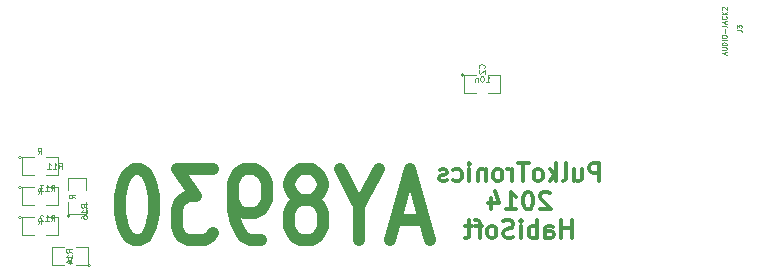
<source format=gbo>
G04 (created by PCBNEW (2013-07-07 BZR 4022)-stable) date 02/05/2014 20:54:29*
%MOIN*%
G04 Gerber Fmt 3.4, Leading zero omitted, Abs format*
%FSLAX34Y34*%
G01*
G70*
G90*
G04 APERTURE LIST*
%ADD10C,0.00590551*%
%ADD11C,0.011811*%
%ADD12C,0.0393701*%
%ADD13C,0.0039*%
%ADD14C,0.0035*%
%ADD15C,0.0043*%
G04 APERTURE END LIST*
G54D10*
G54D11*
X30282Y-13114D02*
X30282Y-12523D01*
X30057Y-12523D01*
X30001Y-12551D01*
X29973Y-12579D01*
X29945Y-12635D01*
X29945Y-12720D01*
X29973Y-12776D01*
X30001Y-12804D01*
X30057Y-12832D01*
X30282Y-12832D01*
X29438Y-12720D02*
X29438Y-13114D01*
X29691Y-12720D02*
X29691Y-13029D01*
X29663Y-13085D01*
X29607Y-13114D01*
X29523Y-13114D01*
X29466Y-13085D01*
X29438Y-13057D01*
X29073Y-13114D02*
X29129Y-13085D01*
X29157Y-13029D01*
X29157Y-12523D01*
X28848Y-13114D02*
X28848Y-12523D01*
X28792Y-12889D02*
X28623Y-13114D01*
X28623Y-12720D02*
X28848Y-12945D01*
X28285Y-13114D02*
X28342Y-13085D01*
X28370Y-13057D01*
X28398Y-13001D01*
X28398Y-12832D01*
X28370Y-12776D01*
X28342Y-12748D01*
X28285Y-12720D01*
X28201Y-12720D01*
X28145Y-12748D01*
X28117Y-12776D01*
X28089Y-12832D01*
X28089Y-13001D01*
X28117Y-13057D01*
X28145Y-13085D01*
X28201Y-13114D01*
X28285Y-13114D01*
X27920Y-12523D02*
X27582Y-12523D01*
X27751Y-13114D02*
X27751Y-12523D01*
X27385Y-13114D02*
X27385Y-12720D01*
X27385Y-12832D02*
X27357Y-12776D01*
X27329Y-12748D01*
X27273Y-12720D01*
X27217Y-12720D01*
X26936Y-13114D02*
X26992Y-13085D01*
X27020Y-13057D01*
X27048Y-13001D01*
X27048Y-12832D01*
X27020Y-12776D01*
X26992Y-12748D01*
X26936Y-12720D01*
X26851Y-12720D01*
X26795Y-12748D01*
X26767Y-12776D01*
X26739Y-12832D01*
X26739Y-13001D01*
X26767Y-13057D01*
X26795Y-13085D01*
X26851Y-13114D01*
X26936Y-13114D01*
X26486Y-12720D02*
X26486Y-13114D01*
X26486Y-12776D02*
X26457Y-12748D01*
X26401Y-12720D01*
X26317Y-12720D01*
X26261Y-12748D01*
X26232Y-12804D01*
X26232Y-13114D01*
X25951Y-13114D02*
X25951Y-12720D01*
X25951Y-12523D02*
X25979Y-12551D01*
X25951Y-12579D01*
X25923Y-12551D01*
X25951Y-12523D01*
X25951Y-12579D01*
X25417Y-13085D02*
X25473Y-13114D01*
X25586Y-13114D01*
X25642Y-13085D01*
X25670Y-13057D01*
X25698Y-13001D01*
X25698Y-12832D01*
X25670Y-12776D01*
X25642Y-12748D01*
X25586Y-12720D01*
X25473Y-12720D01*
X25417Y-12748D01*
X25192Y-13085D02*
X25136Y-13114D01*
X25023Y-13114D01*
X24967Y-13085D01*
X24939Y-13029D01*
X24939Y-13001D01*
X24967Y-12945D01*
X25023Y-12917D01*
X25108Y-12917D01*
X25164Y-12889D01*
X25192Y-12832D01*
X25192Y-12804D01*
X25164Y-12748D01*
X25108Y-12720D01*
X25023Y-12720D01*
X24967Y-12748D01*
X28637Y-13524D02*
X28609Y-13496D01*
X28553Y-13468D01*
X28412Y-13468D01*
X28356Y-13496D01*
X28328Y-13524D01*
X28299Y-13580D01*
X28299Y-13637D01*
X28328Y-13721D01*
X28665Y-14058D01*
X28299Y-14058D01*
X27934Y-13468D02*
X27878Y-13468D01*
X27821Y-13496D01*
X27793Y-13524D01*
X27765Y-13580D01*
X27737Y-13693D01*
X27737Y-13833D01*
X27765Y-13946D01*
X27793Y-14002D01*
X27821Y-14030D01*
X27878Y-14058D01*
X27934Y-14058D01*
X27990Y-14030D01*
X28018Y-14002D01*
X28046Y-13946D01*
X28074Y-13833D01*
X28074Y-13693D01*
X28046Y-13580D01*
X28018Y-13524D01*
X27990Y-13496D01*
X27934Y-13468D01*
X27175Y-14058D02*
X27512Y-14058D01*
X27343Y-14058D02*
X27343Y-13468D01*
X27400Y-13552D01*
X27456Y-13608D01*
X27512Y-13637D01*
X26668Y-13665D02*
X26668Y-14058D01*
X26809Y-13440D02*
X26950Y-13862D01*
X26584Y-13862D01*
X29354Y-15003D02*
X29354Y-14413D01*
X29354Y-14694D02*
X29017Y-14694D01*
X29017Y-15003D02*
X29017Y-14413D01*
X28482Y-15003D02*
X28482Y-14694D01*
X28510Y-14638D01*
X28567Y-14610D01*
X28679Y-14610D01*
X28735Y-14638D01*
X28482Y-14975D02*
X28538Y-15003D01*
X28679Y-15003D01*
X28735Y-14975D01*
X28763Y-14919D01*
X28763Y-14863D01*
X28735Y-14806D01*
X28679Y-14778D01*
X28538Y-14778D01*
X28482Y-14750D01*
X28201Y-15003D02*
X28201Y-14413D01*
X28201Y-14638D02*
X28145Y-14610D01*
X28032Y-14610D01*
X27976Y-14638D01*
X27948Y-14666D01*
X27920Y-14722D01*
X27920Y-14891D01*
X27948Y-14947D01*
X27976Y-14975D01*
X28032Y-15003D01*
X28145Y-15003D01*
X28201Y-14975D01*
X27667Y-15003D02*
X27667Y-14610D01*
X27667Y-14413D02*
X27695Y-14441D01*
X27667Y-14469D01*
X27639Y-14441D01*
X27667Y-14413D01*
X27667Y-14469D01*
X27414Y-14975D02*
X27329Y-15003D01*
X27189Y-15003D01*
X27132Y-14975D01*
X27104Y-14947D01*
X27076Y-14891D01*
X27076Y-14835D01*
X27104Y-14778D01*
X27132Y-14750D01*
X27189Y-14722D01*
X27301Y-14694D01*
X27357Y-14666D01*
X27385Y-14638D01*
X27414Y-14581D01*
X27414Y-14525D01*
X27385Y-14469D01*
X27357Y-14441D01*
X27301Y-14413D01*
X27160Y-14413D01*
X27076Y-14441D01*
X26739Y-15003D02*
X26795Y-14975D01*
X26823Y-14947D01*
X26851Y-14891D01*
X26851Y-14722D01*
X26823Y-14666D01*
X26795Y-14638D01*
X26739Y-14610D01*
X26654Y-14610D01*
X26598Y-14638D01*
X26570Y-14666D01*
X26542Y-14722D01*
X26542Y-14891D01*
X26570Y-14947D01*
X26598Y-14975D01*
X26654Y-15003D01*
X26739Y-15003D01*
X26373Y-14610D02*
X26148Y-14610D01*
X26289Y-15003D02*
X26289Y-14497D01*
X26261Y-14441D01*
X26204Y-14413D01*
X26148Y-14413D01*
X26036Y-14610D02*
X25811Y-14610D01*
X25951Y-14413D02*
X25951Y-14919D01*
X25923Y-14975D01*
X25867Y-15003D01*
X25811Y-15003D01*
G54D12*
X24436Y-14406D02*
X23499Y-14406D01*
X24624Y-15081D02*
X23968Y-12718D01*
X23312Y-15081D01*
X22280Y-13956D02*
X22280Y-15081D01*
X22937Y-12718D02*
X22280Y-13956D01*
X21624Y-12718D01*
X20687Y-13731D02*
X20874Y-13618D01*
X20968Y-13506D01*
X21062Y-13281D01*
X21062Y-13168D01*
X20968Y-12943D01*
X20874Y-12831D01*
X20687Y-12718D01*
X20312Y-12718D01*
X20124Y-12831D01*
X20031Y-12943D01*
X19937Y-13168D01*
X19937Y-13281D01*
X20031Y-13506D01*
X20124Y-13618D01*
X20312Y-13731D01*
X20687Y-13731D01*
X20874Y-13843D01*
X20968Y-13956D01*
X21062Y-14181D01*
X21062Y-14631D01*
X20968Y-14856D01*
X20874Y-14968D01*
X20687Y-15081D01*
X20312Y-15081D01*
X20124Y-14968D01*
X20031Y-14856D01*
X19937Y-14631D01*
X19937Y-14181D01*
X20031Y-13956D01*
X20124Y-13843D01*
X20312Y-13731D01*
X19000Y-15081D02*
X18625Y-15081D01*
X18437Y-14968D01*
X18343Y-14856D01*
X18156Y-14518D01*
X18062Y-14068D01*
X18062Y-13168D01*
X18156Y-12943D01*
X18250Y-12831D01*
X18437Y-12718D01*
X18812Y-12718D01*
X19000Y-12831D01*
X19093Y-12943D01*
X19187Y-13168D01*
X19187Y-13731D01*
X19093Y-13956D01*
X19000Y-14068D01*
X18812Y-14181D01*
X18437Y-14181D01*
X18250Y-14068D01*
X18156Y-13956D01*
X18062Y-13731D01*
X17406Y-12718D02*
X16187Y-12718D01*
X16844Y-13618D01*
X16562Y-13618D01*
X16375Y-13731D01*
X16281Y-13843D01*
X16187Y-14068D01*
X16187Y-14631D01*
X16281Y-14856D01*
X16375Y-14968D01*
X16562Y-15081D01*
X17125Y-15081D01*
X17312Y-14968D01*
X17406Y-14856D01*
X14969Y-12718D02*
X14781Y-12718D01*
X14594Y-12831D01*
X14500Y-12943D01*
X14406Y-13168D01*
X14313Y-13618D01*
X14313Y-14181D01*
X14406Y-14631D01*
X14500Y-14856D01*
X14594Y-14968D01*
X14781Y-15081D01*
X14969Y-15081D01*
X15156Y-14968D01*
X15250Y-14856D01*
X15344Y-14631D01*
X15437Y-14181D01*
X15437Y-13618D01*
X15344Y-13168D01*
X15250Y-12943D01*
X15156Y-12831D01*
X14969Y-12718D01*
G54D13*
X12625Y-14275D02*
G75*
G03X12625Y-14275I-50J0D01*
G74*
G01*
X12575Y-13825D02*
X12575Y-14225D01*
X12575Y-14225D02*
X13175Y-14225D01*
X13175Y-14225D02*
X13175Y-13825D01*
X13175Y-13425D02*
X13175Y-13025D01*
X13175Y-13025D02*
X12575Y-13025D01*
X12575Y-13025D02*
X12575Y-13425D01*
X13325Y-15925D02*
G75*
G03X13325Y-15925I-50J0D01*
G74*
G01*
X12825Y-15925D02*
X13225Y-15925D01*
X13225Y-15925D02*
X13225Y-15325D01*
X13225Y-15325D02*
X12825Y-15325D01*
X12425Y-15325D02*
X12025Y-15325D01*
X12025Y-15325D02*
X12025Y-15925D01*
X12025Y-15925D02*
X12425Y-15925D01*
X11025Y-13325D02*
G75*
G03X11025Y-13325I-50J0D01*
G74*
G01*
X11425Y-13325D02*
X11025Y-13325D01*
X11025Y-13325D02*
X11025Y-13925D01*
X11025Y-13925D02*
X11425Y-13925D01*
X11825Y-13925D02*
X12225Y-13925D01*
X12225Y-13925D02*
X12225Y-13325D01*
X12225Y-13325D02*
X11825Y-13325D01*
X11025Y-14325D02*
G75*
G03X11025Y-14325I-50J0D01*
G74*
G01*
X11425Y-14325D02*
X11025Y-14325D01*
X11025Y-14325D02*
X11025Y-14925D01*
X11025Y-14925D02*
X11425Y-14925D01*
X11825Y-14925D02*
X12225Y-14925D01*
X12225Y-14925D02*
X12225Y-14325D01*
X12225Y-14325D02*
X11825Y-14325D01*
X11025Y-12325D02*
G75*
G03X11025Y-12325I-50J0D01*
G74*
G01*
X11425Y-12325D02*
X11025Y-12325D01*
X11025Y-12325D02*
X11025Y-12925D01*
X11025Y-12925D02*
X11425Y-12925D01*
X11825Y-12925D02*
X12225Y-12925D01*
X12225Y-12925D02*
X12225Y-12325D01*
X12225Y-12325D02*
X11825Y-12325D01*
X25775Y-9575D02*
G75*
G03X25775Y-9575I-50J0D01*
G74*
G01*
X26175Y-9575D02*
X25775Y-9575D01*
X25775Y-9575D02*
X25775Y-10175D01*
X25775Y-10175D02*
X26175Y-10175D01*
X26575Y-10175D02*
X26975Y-10175D01*
X26975Y-10175D02*
X26975Y-9575D01*
X26975Y-9575D02*
X26575Y-9575D01*
G54D14*
X34859Y-8078D02*
X34974Y-8078D01*
X34996Y-8085D01*
X35012Y-8101D01*
X35019Y-8124D01*
X35019Y-8139D01*
X34859Y-8017D02*
X34859Y-7918D01*
X34920Y-7971D01*
X34920Y-7948D01*
X34928Y-7933D01*
X34935Y-7925D01*
X34951Y-7918D01*
X34989Y-7918D01*
X35004Y-7925D01*
X35012Y-7933D01*
X35019Y-7948D01*
X35019Y-7994D01*
X35012Y-8009D01*
X35004Y-8017D01*
X34474Y-8893D02*
X34474Y-8817D01*
X34519Y-8908D02*
X34359Y-8855D01*
X34519Y-8802D01*
X34359Y-8748D02*
X34489Y-8748D01*
X34504Y-8741D01*
X34512Y-8733D01*
X34519Y-8718D01*
X34519Y-8687D01*
X34512Y-8672D01*
X34504Y-8665D01*
X34489Y-8657D01*
X34359Y-8657D01*
X34519Y-8581D02*
X34359Y-8581D01*
X34359Y-8543D01*
X34367Y-8520D01*
X34382Y-8505D01*
X34397Y-8497D01*
X34428Y-8489D01*
X34451Y-8489D01*
X34481Y-8497D01*
X34496Y-8505D01*
X34512Y-8520D01*
X34519Y-8543D01*
X34519Y-8581D01*
X34519Y-8421D02*
X34359Y-8421D01*
X34359Y-8314D02*
X34359Y-8284D01*
X34367Y-8268D01*
X34382Y-8253D01*
X34413Y-8245D01*
X34466Y-8245D01*
X34496Y-8253D01*
X34512Y-8268D01*
X34519Y-8284D01*
X34519Y-8314D01*
X34512Y-8329D01*
X34496Y-8345D01*
X34466Y-8352D01*
X34413Y-8352D01*
X34382Y-8345D01*
X34367Y-8329D01*
X34359Y-8314D01*
X34458Y-8177D02*
X34458Y-8055D01*
X34359Y-7933D02*
X34474Y-7933D01*
X34496Y-7941D01*
X34512Y-7956D01*
X34519Y-7979D01*
X34519Y-7994D01*
X34474Y-7865D02*
X34474Y-7788D01*
X34519Y-7880D02*
X34359Y-7826D01*
X34519Y-7773D01*
X34504Y-7628D02*
X34512Y-7636D01*
X34519Y-7659D01*
X34519Y-7674D01*
X34512Y-7697D01*
X34496Y-7712D01*
X34481Y-7720D01*
X34451Y-7727D01*
X34428Y-7727D01*
X34397Y-7720D01*
X34382Y-7712D01*
X34367Y-7697D01*
X34359Y-7674D01*
X34359Y-7659D01*
X34367Y-7636D01*
X34375Y-7628D01*
X34519Y-7560D02*
X34359Y-7560D01*
X34519Y-7468D02*
X34428Y-7537D01*
X34359Y-7468D02*
X34451Y-7560D01*
X34375Y-7407D02*
X34367Y-7400D01*
X34359Y-7385D01*
X34359Y-7346D01*
X34367Y-7331D01*
X34375Y-7324D01*
X34390Y-7316D01*
X34405Y-7316D01*
X34428Y-7324D01*
X34519Y-7415D01*
X34519Y-7316D01*
G54D15*
X13204Y-13998D02*
X13110Y-13932D01*
X13204Y-13885D02*
X13007Y-13885D01*
X13007Y-13960D01*
X13017Y-13979D01*
X13026Y-13988D01*
X13045Y-13998D01*
X13073Y-13998D01*
X13092Y-13988D01*
X13101Y-13979D01*
X13110Y-13960D01*
X13110Y-13885D01*
X13204Y-14185D02*
X13204Y-14073D01*
X13204Y-14129D02*
X13007Y-14129D01*
X13035Y-14110D01*
X13054Y-14092D01*
X13064Y-14073D01*
X13007Y-14354D02*
X13007Y-14317D01*
X13017Y-14298D01*
X13026Y-14289D01*
X13054Y-14270D01*
X13092Y-14261D01*
X13167Y-14261D01*
X13185Y-14270D01*
X13195Y-14279D01*
X13204Y-14298D01*
X13204Y-14336D01*
X13195Y-14354D01*
X13185Y-14364D01*
X13167Y-14373D01*
X13120Y-14373D01*
X13101Y-14364D01*
X13092Y-14354D01*
X13082Y-14336D01*
X13082Y-14298D01*
X13092Y-14279D01*
X13101Y-14270D01*
X13120Y-14261D01*
X12804Y-13685D02*
X12710Y-13620D01*
X12804Y-13573D02*
X12607Y-13573D01*
X12607Y-13648D01*
X12617Y-13667D01*
X12626Y-13676D01*
X12645Y-13685D01*
X12673Y-13685D01*
X12692Y-13676D01*
X12701Y-13667D01*
X12710Y-13648D01*
X12710Y-13573D01*
X12704Y-15498D02*
X12610Y-15432D01*
X12704Y-15385D02*
X12507Y-15385D01*
X12507Y-15460D01*
X12517Y-15479D01*
X12526Y-15488D01*
X12545Y-15498D01*
X12573Y-15498D01*
X12592Y-15488D01*
X12601Y-15479D01*
X12610Y-15460D01*
X12610Y-15385D01*
X12704Y-15685D02*
X12704Y-15573D01*
X12704Y-15629D02*
X12507Y-15629D01*
X12535Y-15610D01*
X12554Y-15592D01*
X12564Y-15573D01*
X12573Y-15854D02*
X12704Y-15854D01*
X12498Y-15807D02*
X12639Y-15761D01*
X12639Y-15882D01*
X12564Y-15854D02*
X12629Y-15760D01*
X12676Y-15854D02*
X12676Y-15657D01*
X12601Y-15657D01*
X12582Y-15667D01*
X12573Y-15676D01*
X12564Y-15695D01*
X12564Y-15723D01*
X12573Y-15742D01*
X12582Y-15751D01*
X12601Y-15760D01*
X12676Y-15760D01*
X12001Y-13454D02*
X12067Y-13360D01*
X12114Y-13454D02*
X12114Y-13257D01*
X12039Y-13257D01*
X12020Y-13267D01*
X12011Y-13276D01*
X12001Y-13295D01*
X12001Y-13323D01*
X12011Y-13342D01*
X12020Y-13351D01*
X12039Y-13360D01*
X12114Y-13360D01*
X11814Y-13454D02*
X11926Y-13454D01*
X11870Y-13454D02*
X11870Y-13257D01*
X11889Y-13285D01*
X11907Y-13304D01*
X11926Y-13314D01*
X11748Y-13257D02*
X11626Y-13257D01*
X11692Y-13332D01*
X11663Y-13332D01*
X11645Y-13342D01*
X11635Y-13351D01*
X11626Y-13370D01*
X11626Y-13417D01*
X11635Y-13435D01*
X11645Y-13445D01*
X11663Y-13454D01*
X11720Y-13454D01*
X11738Y-13445D01*
X11748Y-13435D01*
X11564Y-13554D02*
X11629Y-13460D01*
X11676Y-13554D02*
X11676Y-13357D01*
X11601Y-13357D01*
X11582Y-13367D01*
X11573Y-13376D01*
X11564Y-13395D01*
X11564Y-13423D01*
X11573Y-13442D01*
X11582Y-13451D01*
X11601Y-13460D01*
X11676Y-13460D01*
X12001Y-14454D02*
X12067Y-14360D01*
X12114Y-14454D02*
X12114Y-14257D01*
X12039Y-14257D01*
X12020Y-14267D01*
X12011Y-14276D01*
X12001Y-14295D01*
X12001Y-14323D01*
X12011Y-14342D01*
X12020Y-14351D01*
X12039Y-14360D01*
X12114Y-14360D01*
X11814Y-14454D02*
X11926Y-14454D01*
X11870Y-14454D02*
X11870Y-14257D01*
X11889Y-14285D01*
X11907Y-14304D01*
X11926Y-14314D01*
X11738Y-14276D02*
X11729Y-14267D01*
X11710Y-14257D01*
X11663Y-14257D01*
X11645Y-14267D01*
X11635Y-14276D01*
X11626Y-14295D01*
X11626Y-14314D01*
X11635Y-14342D01*
X11748Y-14454D01*
X11626Y-14454D01*
X11564Y-14554D02*
X11629Y-14460D01*
X11676Y-14554D02*
X11676Y-14357D01*
X11601Y-14357D01*
X11582Y-14367D01*
X11573Y-14376D01*
X11564Y-14395D01*
X11564Y-14423D01*
X11573Y-14442D01*
X11582Y-14451D01*
X11601Y-14460D01*
X11676Y-14460D01*
X12251Y-12704D02*
X12317Y-12610D01*
X12364Y-12704D02*
X12364Y-12507D01*
X12289Y-12507D01*
X12270Y-12517D01*
X12261Y-12526D01*
X12251Y-12545D01*
X12251Y-12573D01*
X12261Y-12592D01*
X12270Y-12601D01*
X12289Y-12610D01*
X12364Y-12610D01*
X12064Y-12704D02*
X12176Y-12704D01*
X12120Y-12704D02*
X12120Y-12507D01*
X12139Y-12535D01*
X12157Y-12554D01*
X12176Y-12564D01*
X11876Y-12704D02*
X11988Y-12704D01*
X11932Y-12704D02*
X11932Y-12507D01*
X11951Y-12535D01*
X11970Y-12554D01*
X11988Y-12564D01*
X11564Y-12204D02*
X11629Y-12110D01*
X11676Y-12204D02*
X11676Y-12007D01*
X11601Y-12007D01*
X11582Y-12017D01*
X11573Y-12026D01*
X11564Y-12045D01*
X11564Y-12073D01*
X11573Y-12092D01*
X11582Y-12101D01*
X11601Y-12110D01*
X11676Y-12110D01*
X26435Y-9342D02*
X26445Y-9332D01*
X26454Y-9304D01*
X26454Y-9285D01*
X26445Y-9257D01*
X26426Y-9238D01*
X26407Y-9229D01*
X26370Y-9220D01*
X26342Y-9220D01*
X26304Y-9229D01*
X26285Y-9238D01*
X26267Y-9257D01*
X26257Y-9285D01*
X26257Y-9304D01*
X26267Y-9332D01*
X26276Y-9342D01*
X26276Y-9417D02*
X26267Y-9426D01*
X26257Y-9445D01*
X26257Y-9492D01*
X26267Y-9511D01*
X26276Y-9520D01*
X26295Y-9529D01*
X26314Y-9529D01*
X26342Y-9520D01*
X26454Y-9407D01*
X26454Y-9529D01*
X26501Y-9804D02*
X26614Y-9804D01*
X26557Y-9804D02*
X26557Y-9607D01*
X26576Y-9635D01*
X26595Y-9654D01*
X26614Y-9664D01*
X26379Y-9607D02*
X26360Y-9607D01*
X26342Y-9617D01*
X26332Y-9626D01*
X26323Y-9645D01*
X26314Y-9682D01*
X26314Y-9729D01*
X26323Y-9767D01*
X26332Y-9785D01*
X26342Y-9795D01*
X26360Y-9804D01*
X26379Y-9804D01*
X26398Y-9795D01*
X26407Y-9785D01*
X26417Y-9767D01*
X26426Y-9729D01*
X26426Y-9682D01*
X26417Y-9645D01*
X26407Y-9626D01*
X26398Y-9617D01*
X26379Y-9607D01*
X26229Y-9673D02*
X26229Y-9804D01*
X26229Y-9692D02*
X26220Y-9682D01*
X26201Y-9673D01*
X26173Y-9673D01*
X26154Y-9682D01*
X26145Y-9701D01*
X26145Y-9804D01*
M02*

</source>
